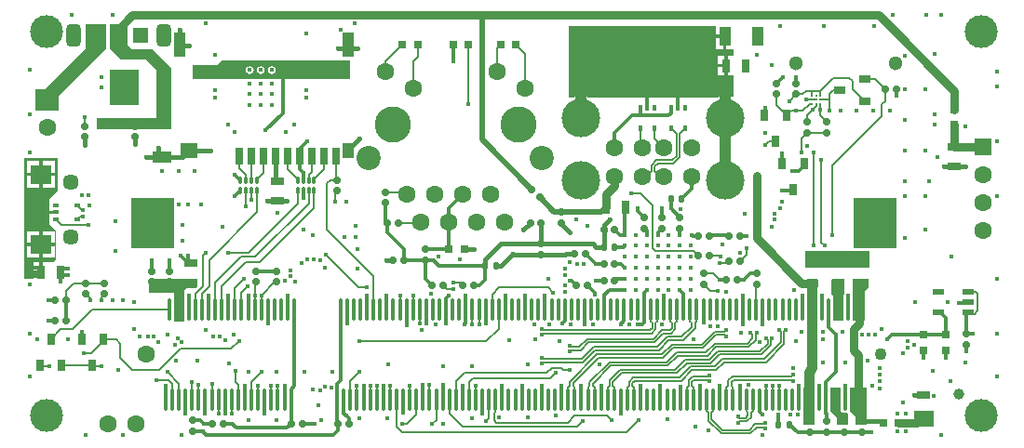
<source format=gtl>
G04 Layer_Physical_Order=1*
G04 Layer_Color=48896*
%FSLAX44Y44*%
%MOMM*%
G71*
G01*
G75*
%ADD10R,0.4000X0.5000*%
%ADD11R,1.2000X0.8000*%
%ADD12R,0.8000X0.8000*%
G04:AMPARAMS|DCode=13|XSize=0.55mm|YSize=0.6mm|CornerRadius=0.1375mm|HoleSize=0mm|Usage=FLASHONLY|Rotation=180.000|XOffset=0mm|YOffset=0mm|HoleType=Round|Shape=RoundedRectangle|*
%AMROUNDEDRECTD13*
21,1,0.5500,0.3250,0,0,180.0*
21,1,0.2750,0.6000,0,0,180.0*
1,1,0.2750,-0.1375,0.1625*
1,1,0.2750,0.1375,0.1625*
1,1,0.2750,0.1375,-0.1625*
1,1,0.2750,-0.1375,-0.1625*
%
%ADD13ROUNDEDRECTD13*%
G04:AMPARAMS|DCode=14|XSize=0.6mm|YSize=0.4mm|CornerRadius=0.1mm|HoleSize=0mm|Usage=FLASHONLY|Rotation=90.000|XOffset=0mm|YOffset=0mm|HoleType=Round|Shape=RoundedRectangle|*
%AMROUNDEDRECTD14*
21,1,0.6000,0.2000,0,0,90.0*
21,1,0.4000,0.4000,0,0,90.0*
1,1,0.2000,0.1000,0.2000*
1,1,0.2000,0.1000,-0.2000*
1,1,0.2000,-0.1000,-0.2000*
1,1,0.2000,-0.1000,0.2000*
%
%ADD14ROUNDEDRECTD14*%
G04:AMPARAMS|DCode=15|XSize=0.6mm|YSize=0.3mm|CornerRadius=0.075mm|HoleSize=0mm|Usage=FLASHONLY|Rotation=90.000|XOffset=0mm|YOffset=0mm|HoleType=Round|Shape=RoundedRectangle|*
%AMROUNDEDRECTD15*
21,1,0.6000,0.1500,0,0,90.0*
21,1,0.4500,0.3000,0,0,90.0*
1,1,0.1500,0.0750,0.2250*
1,1,0.1500,0.0750,-0.2250*
1,1,0.1500,-0.0750,-0.2250*
1,1,0.1500,-0.0750,0.2250*
%
%ADD15ROUNDEDRECTD15*%
%ADD16R,0.5000X0.4000*%
%ADD17R,0.8000X1.0000*%
%ADD18R,1.0000X0.8000*%
G04:AMPARAMS|DCode=19|XSize=0.6mm|YSize=0.6mm|CornerRadius=0.15mm|HoleSize=0mm|Usage=FLASHONLY|Rotation=0.000|XOffset=0mm|YOffset=0mm|HoleType=Round|Shape=RoundedRectangle|*
%AMROUNDEDRECTD19*
21,1,0.6000,0.3000,0,0,0.0*
21,1,0.3000,0.6000,0,0,0.0*
1,1,0.3000,0.1500,-0.1500*
1,1,0.3000,-0.1500,-0.1500*
1,1,0.3000,-0.1500,0.1500*
1,1,0.3000,0.1500,0.1500*
%
%ADD19ROUNDEDRECTD19*%
G04:AMPARAMS|DCode=20|XSize=0.6mm|YSize=0.6mm|CornerRadius=0.15mm|HoleSize=0mm|Usage=FLASHONLY|Rotation=90.000|XOffset=0mm|YOffset=0mm|HoleType=Round|Shape=RoundedRectangle|*
%AMROUNDEDRECTD20*
21,1,0.6000,0.3000,0,0,90.0*
21,1,0.3000,0.6000,0,0,90.0*
1,1,0.3000,0.1500,0.1500*
1,1,0.3000,0.1500,-0.1500*
1,1,0.3000,-0.1500,-0.1500*
1,1,0.3000,-0.1500,0.1500*
%
%ADD20ROUNDEDRECTD20*%
%ADD21C,0.2500*%
%ADD22R,1.0000X1.8000*%
%ADD23R,0.8000X0.8000*%
G04:AMPARAMS|DCode=24|XSize=0.35mm|YSize=2mm|CornerRadius=0.0875mm|HoleSize=0mm|Usage=FLASHONLY|Rotation=0.000|XOffset=0mm|YOffset=0mm|HoleType=Round|Shape=RoundedRectangle|*
%AMROUNDEDRECTD24*
21,1,0.3500,1.8250,0,0,0.0*
21,1,0.1750,2.0000,0,0,0.0*
1,1,0.1750,0.0875,-0.9125*
1,1,0.1750,-0.0875,-0.9125*
1,1,0.1750,-0.0875,0.9125*
1,1,0.1750,0.0875,0.9125*
%
%ADD24ROUNDEDRECTD24*%
%ADD25R,3.9000X4.6000*%
%ADD26R,0.7000X1.6000*%
%ADD27R,1.0000X1.4000*%
%ADD28R,1.6000X1.4000*%
%ADD29R,1.0000X2.2000*%
%ADD30R,1.8000X1.0000*%
%ADD31R,0.8000X1.2000*%
%ADD32R,1.0000X0.5500*%
%ADD33R,1.4000X3.2000*%
G04:AMPARAMS|DCode=34|XSize=0.6mm|YSize=0.6mm|CornerRadius=0.15mm|HoleSize=0mm|Usage=FLASHONLY|Rotation=45.000|XOffset=0mm|YOffset=0mm|HoleType=Round|Shape=RoundedRectangle|*
%AMROUNDEDRECTD34*
21,1,0.6000,0.3000,0,0,45.0*
21,1,0.3000,0.6000,0,0,45.0*
1,1,0.3000,0.2121,0.0000*
1,1,0.3000,0.0000,-0.2121*
1,1,0.3000,-0.2121,0.0000*
1,1,0.3000,0.0000,0.2121*
%
%ADD34ROUNDEDRECTD34*%
%ADD35C,1.0000*%
%ADD36C,0.3500*%
%ADD37C,0.4000*%
%ADD38C,0.1400*%
%ADD39C,0.1500*%
%ADD40C,0.3000*%
%ADD41C,0.5000*%
%ADD42C,0.2000*%
%ADD43C,1.0000*%
%ADD44C,0.8000*%
%ADD45C,0.9500*%
%ADD46C,1.6000*%
%ADD47C,1.1000*%
%ADD48R,1.6000X1.6000*%
%ADD49C,1.3000*%
%ADD50C,3.5000*%
%ADD51C,3.3000*%
%ADD52C,2.2000*%
%ADD53R,1.9000X1.8000*%
%ADD54C,1.4500*%
%ADD55C,1.4000*%
%ADD56R,1.4000X1.4000*%
G04:AMPARAMS|DCode=57|XSize=1.3mm|YSize=2mm|CornerRadius=0.325mm|HoleSize=0mm|Usage=FLASHONLY|Rotation=180.000|XOffset=0mm|YOffset=0mm|HoleType=Round|Shape=RoundedRectangle|*
%AMROUNDEDRECTD57*
21,1,1.3000,1.3500,0,0,180.0*
21,1,0.6500,2.0000,0,0,180.0*
1,1,0.6500,-0.3250,0.6750*
1,1,0.6500,0.3250,0.6750*
1,1,0.6500,0.3250,-0.6750*
1,1,0.6500,-0.3250,-0.6750*
%
%ADD57ROUNDEDRECTD57*%
%ADD58C,3.0000*%
%ADD59C,0.4000*%
G36*
X99000Y363000D02*
X103000Y359000D01*
X122000D01*
X139000Y342000D01*
Y333000D01*
Y286000D01*
X71000D01*
Y296000D01*
X125000D01*
Y340000D01*
X115000Y350000D01*
X93000D01*
X83000Y360000D01*
Y382000D01*
X99000D01*
Y363000D01*
D02*
G37*
G36*
X79000Y359000D02*
X60000Y340000D01*
X36000Y316000D01*
Y303000D01*
X15000D01*
Y323000D01*
X24000D01*
X31000Y330000D01*
X61000Y360000D01*
Y382000D01*
X79000D01*
Y359000D01*
D02*
G37*
G36*
X109000Y337000D02*
Y308000D01*
X83000D01*
Y340000D01*
X109000D01*
Y337000D01*
D02*
G37*
G36*
X751000Y135875D02*
X750250Y135125D01*
X750000Y112000D01*
X740750D01*
Y135000D01*
X739000Y136750D01*
X739000Y149102D01*
X739898Y150000D01*
X751000D01*
X751000Y135875D01*
D02*
G37*
G36*
X774000Y160000D02*
X715000D01*
Y175000D01*
X774000D01*
Y160000D01*
D02*
G37*
G36*
X35000Y230000D02*
X28000Y223000D01*
Y216000D01*
Y212000D01*
X34000D01*
Y209000D01*
X28000D01*
Y200000D01*
X34000Y194000D01*
Y168000D01*
X31000Y165000D01*
X25000D01*
Y165000D01*
X21500D01*
Y156000D01*
X20000D01*
Y154500D01*
X13000D01*
Y150000D01*
X5000D01*
Y260000D01*
X35000D01*
Y230000D01*
D02*
G37*
G36*
X773000Y142000D02*
X769000Y138000D01*
X769000Y112000D01*
X758750D01*
Y150000D01*
X773000D01*
Y142000D01*
D02*
G37*
G36*
X634000Y372500D02*
X642000D01*
Y371000D01*
X643500D01*
Y359000D01*
X650000D01*
Y354270D01*
X650000Y353000D01*
X648730Y353000D01*
X644500D01*
Y344000D01*
Y335000D01*
X650000Y335000D01*
X650000Y333730D01*
Y316183D01*
X648980Y315426D01*
X646419Y316203D01*
X643900Y316451D01*
Y296000D01*
X640900D01*
Y316451D01*
X638381Y316203D01*
X634517Y315031D01*
X634459Y315000D01*
X518941D01*
X518883Y315031D01*
X515019Y316203D01*
X512500Y316451D01*
Y296000D01*
X509500D01*
Y316451D01*
X506981Y316203D01*
X503117Y315031D01*
X503059Y315000D01*
X500000D01*
Y380000D01*
X634000D01*
Y372500D01*
D02*
G37*
G36*
X747250Y29750D02*
X749000Y28000D01*
X753000D01*
X754000Y27000D01*
Y17000D01*
X744898D01*
X744000Y17898D01*
X744000Y23000D01*
X737750Y29250D01*
X737750Y30250D01*
Y51000D01*
X747250D01*
Y29750D01*
D02*
G37*
G36*
X723250Y17000D02*
X713750D01*
Y51000D01*
X723250D01*
Y17000D01*
D02*
G37*
G36*
X832000Y15000D02*
X814000D01*
Y30000D01*
X832000D01*
Y15000D01*
D02*
G37*
G36*
X771000Y30000D02*
Y17000D01*
X761000D01*
Y24000D01*
X755750Y29250D01*
Y51000D01*
X771000D01*
Y30000D01*
D02*
G37*
G36*
X301000Y332000D02*
X158000D01*
Y345000D01*
X180000D01*
X184000Y349000D01*
X301000D01*
Y332000D01*
D02*
G37*
G36*
X726250Y112000D02*
X716750D01*
Y150000D01*
X726250D01*
Y112000D01*
D02*
G37*
G36*
X162000Y142000D02*
X161000Y141000D01*
X152000D01*
X150250Y139250D01*
Y111000D01*
X140750D01*
Y137000D01*
X118000D01*
Y150000D01*
X162000D01*
Y142000D01*
D02*
G37*
%LPC*%
G36*
X18500Y179500D02*
X7500D01*
Y169000D01*
X18500D01*
Y179500D01*
D02*
G37*
G36*
X18500Y165000D02*
X13000D01*
Y157500D01*
X18500D01*
Y165000D01*
D02*
G37*
G36*
X32500Y179500D02*
X21500D01*
Y169000D01*
X32500D01*
Y179500D01*
D02*
G37*
G36*
X220000Y343569D02*
X218634Y343297D01*
X217477Y342523D01*
X216703Y341366D01*
X216431Y340000D01*
X216703Y338634D01*
X217477Y337477D01*
X218634Y336703D01*
X220000Y336431D01*
X221366Y336703D01*
X222523Y337477D01*
X223297Y338634D01*
X223569Y340000D01*
X223297Y341366D01*
X222523Y342523D01*
X221366Y343297D01*
X220000Y343569D01*
D02*
G37*
G36*
X210000D02*
X208634Y343297D01*
X207477Y342523D01*
X206703Y341366D01*
X206431Y340000D01*
X206703Y338634D01*
X207477Y337477D01*
X208634Y336703D01*
X210000Y336431D01*
X211366Y336703D01*
X212523Y337477D01*
X213297Y338634D01*
X213569Y340000D01*
X213297Y341366D01*
X212523Y342523D01*
X211366Y343297D01*
X210000Y343569D01*
D02*
G37*
G36*
X641500Y342500D02*
X636000D01*
Y335000D01*
X641500D01*
Y342500D01*
D02*
G37*
G36*
X640500Y369500D02*
X634000D01*
Y359000D01*
X640500D01*
Y369500D01*
D02*
G37*
G36*
X641500Y353000D02*
X636000D01*
Y345500D01*
X641500D01*
Y353000D01*
D02*
G37*
G36*
X230000Y343569D02*
X228634Y343297D01*
X227477Y342523D01*
X226703Y341366D01*
X226431Y340000D01*
X226703Y338634D01*
X227477Y337477D01*
X228634Y336703D01*
X230000Y336431D01*
X231366Y336703D01*
X232523Y337477D01*
X233297Y338634D01*
X233569Y340000D01*
X233297Y341366D01*
X232523Y342523D01*
X231366Y343297D01*
X230000Y343569D01*
D02*
G37*
G36*
X18500Y243500D02*
X7500D01*
Y233000D01*
X18500D01*
Y243500D01*
D02*
G37*
G36*
X32500Y193000D02*
X21500D01*
Y182500D01*
X32500D01*
Y193000D01*
D02*
G37*
G36*
X18500D02*
X7500D01*
Y182500D01*
X18500D01*
Y193000D01*
D02*
G37*
G36*
X32500Y257000D02*
X21500D01*
Y246500D01*
X32500D01*
Y257000D01*
D02*
G37*
G36*
X18500D02*
X7500D01*
Y246500D01*
X18500D01*
Y257000D01*
D02*
G37*
G36*
X32500Y243500D02*
X21500D01*
Y233000D01*
X32500D01*
Y243500D01*
D02*
G37*
%LPD*%
D10*
X606000Y287000D02*
D03*
X593000D02*
D03*
Y306000D02*
D03*
X599500D02*
D03*
X606000D02*
D03*
X578000Y287000D02*
D03*
X565000D02*
D03*
Y306000D02*
D03*
X571500D02*
D03*
X578000D02*
D03*
D11*
X851000Y270000D02*
D03*
Y252000D02*
D03*
X823000Y26000D02*
D03*
Y44000D02*
D03*
X745000Y146000D02*
D03*
Y164000D02*
D03*
X767000Y146000D02*
D03*
Y164000D02*
D03*
X156000Y146000D02*
D03*
Y164000D02*
D03*
X235000Y221000D02*
D03*
Y239000D02*
D03*
X721500Y146000D02*
D03*
Y164000D02*
D03*
D12*
X843000Y99000D02*
D03*
Y85000D02*
D03*
X363000Y363000D02*
D03*
X349000D02*
D03*
X409000D02*
D03*
X395000D02*
D03*
X823000Y99000D02*
D03*
Y85000D02*
D03*
X786000Y19000D02*
D03*
X800000D02*
D03*
X452000Y363000D02*
D03*
X438000D02*
D03*
D13*
X691000Y17000D02*
D03*
X701000D02*
D03*
X424000Y162000D02*
D03*
X434000D02*
D03*
X593000Y223000D02*
D03*
X603000D02*
D03*
X532000Y179000D02*
D03*
X542000D02*
D03*
D14*
X253500Y230500D02*
D03*
Y239500D02*
D03*
X268500Y230500D02*
D03*
Y239500D02*
D03*
X201500Y230500D02*
D03*
Y239500D02*
D03*
X216500Y230500D02*
D03*
Y239500D02*
D03*
D15*
X258500Y230500D02*
D03*
X263500D02*
D03*
X258500Y239500D02*
D03*
X263500Y239500D02*
D03*
X206500Y230500D02*
D03*
X211500D02*
D03*
X206500Y239500D02*
D03*
X211500D02*
D03*
D16*
X53000Y217000D02*
D03*
Y204000D02*
D03*
X34000D02*
D03*
Y210500D02*
D03*
Y217000D02*
D03*
D17*
X688000Y275500D02*
D03*
X678000Y298500D02*
D03*
X698000D02*
D03*
X714000Y254500D02*
D03*
X694000Y254500D02*
D03*
X704000Y231500D02*
D03*
X29000Y94500D02*
D03*
X39000Y71500D02*
D03*
X19000D02*
D03*
X67000D02*
D03*
X57000Y94500D02*
D03*
X77000D02*
D03*
D18*
X746500Y322000D02*
D03*
X769500Y332000D02*
D03*
Y312000D02*
D03*
D19*
X689000Y328000D02*
D03*
Y318000D02*
D03*
X735000Y283000D02*
D03*
Y293000D02*
D03*
X717000Y283000D02*
D03*
Y293000D02*
D03*
X707000Y328000D02*
D03*
Y318000D02*
D03*
X671000Y155000D02*
D03*
Y145000D02*
D03*
X623000Y155000D02*
D03*
Y145000D02*
D03*
X370000Y177000D02*
D03*
Y167000D02*
D03*
X333000Y229000D02*
D03*
Y219000D02*
D03*
X475000Y182000D02*
D03*
Y172000D02*
D03*
X569000Y206000D02*
D03*
Y196000D02*
D03*
X585000Y206000D02*
D03*
Y196000D02*
D03*
X601000Y206000D02*
D03*
Y196000D02*
D03*
X751000Y10000D02*
D03*
Y20000D02*
D03*
X735000Y10000D02*
D03*
Y20000D02*
D03*
X719000Y10000D02*
D03*
Y20000D02*
D03*
X767000Y10000D02*
D03*
Y20000D02*
D03*
X862000Y100000D02*
D03*
Y90000D02*
D03*
X106000Y279000D02*
D03*
Y289000D02*
D03*
X158000Y11000D02*
D03*
Y21000D02*
D03*
X78000Y146000D02*
D03*
Y136000D02*
D03*
X493000Y201000D02*
D03*
Y211000D02*
D03*
X61000Y146000D02*
D03*
Y136000D02*
D03*
X216000Y147000D02*
D03*
Y157000D02*
D03*
X60000Y289000D02*
D03*
X60000Y279000D02*
D03*
X121000Y147000D02*
D03*
Y157000D02*
D03*
X289000Y230000D02*
D03*
Y240000D02*
D03*
X137000Y147000D02*
D03*
Y157000D02*
D03*
X234000Y157000D02*
D03*
Y147000D02*
D03*
D20*
X788000Y323000D02*
D03*
X798000D02*
D03*
X404000Y144000D02*
D03*
X414000D02*
D03*
X386000D02*
D03*
X376000D02*
D03*
X345000Y201000D02*
D03*
X335000D02*
D03*
X646000Y166000D02*
D03*
X656000D02*
D03*
X628000Y171000D02*
D03*
X618000D02*
D03*
X475000Y201000D02*
D03*
X465000D02*
D03*
X350000Y167000D02*
D03*
X340000D02*
D03*
X532000Y163500D02*
D03*
X542000D02*
D03*
X515000Y173000D02*
D03*
X505000D02*
D03*
X532000Y148500D02*
D03*
X542000D02*
D03*
X532000Y195000D02*
D03*
X542000D02*
D03*
X517000Y144000D02*
D03*
X507000D02*
D03*
X646000Y189000D02*
D03*
X656000D02*
D03*
X643000Y149000D02*
D03*
X653000D02*
D03*
X628000Y189000D02*
D03*
X618000D02*
D03*
X258000Y18000D02*
D03*
X248000D02*
D03*
X300000D02*
D03*
X290000D02*
D03*
X186000D02*
D03*
X176000D02*
D03*
X43000Y130000D02*
D03*
X33000D02*
D03*
Y112000D02*
D03*
X43000D02*
D03*
D21*
X721000Y309000D02*
D03*
Y313000D02*
D03*
Y317000D02*
D03*
X725000Y309000D02*
D03*
Y313000D02*
D03*
Y317000D02*
D03*
X729000Y309000D02*
D03*
Y313000D02*
D03*
Y317000D02*
D03*
D22*
X642000Y371000D02*
D03*
X672000D02*
D03*
D23*
X391000Y177000D02*
D03*
X405000D02*
D03*
X851000Y290000D02*
D03*
Y304000D02*
D03*
D24*
X766500Y122000D02*
D03*
X763500Y40000D02*
D03*
X760500Y122000D02*
D03*
X757500Y40000D02*
D03*
X754500Y122000D02*
D03*
X751500Y40000D02*
D03*
X748500Y122000D02*
D03*
X745500Y40000D02*
D03*
X742500Y122000D02*
D03*
X739500Y40000D02*
D03*
X736500Y122000D02*
D03*
X733500Y40000D02*
D03*
X730500Y122000D02*
D03*
X727500Y40000D02*
D03*
X724500Y122000D02*
D03*
X721500Y40000D02*
D03*
X718500Y122000D02*
D03*
X715500Y40000D02*
D03*
X712500Y122000D02*
D03*
X709500Y40000D02*
D03*
X706500Y122000D02*
D03*
X703500Y40000D02*
D03*
X700500Y122000D02*
D03*
X697500Y40000D02*
D03*
X694500Y122000D02*
D03*
X691500Y40000D02*
D03*
X688500Y122000D02*
D03*
X685500Y40000D02*
D03*
X682500Y122000D02*
D03*
X679500Y40000D02*
D03*
X676500Y122000D02*
D03*
X673500Y40000D02*
D03*
X670500Y122000D02*
D03*
X667500Y40000D02*
D03*
X664500Y122000D02*
D03*
X661500Y40000D02*
D03*
X658500Y122000D02*
D03*
X655500Y40000D02*
D03*
X652500Y122000D02*
D03*
X649500Y40000D02*
D03*
X646500Y122000D02*
D03*
X643500Y40000D02*
D03*
X640500Y122000D02*
D03*
X637500Y40000D02*
D03*
X634500Y122000D02*
D03*
X631500Y40000D02*
D03*
X628500Y122000D02*
D03*
X625500Y40000D02*
D03*
X622500Y122000D02*
D03*
X619500Y40000D02*
D03*
X616500Y122000D02*
D03*
X613500Y40000D02*
D03*
X610500Y122000D02*
D03*
X607500Y40000D02*
D03*
X604500Y122000D02*
D03*
X601500Y40000D02*
D03*
X598500Y122000D02*
D03*
X595500Y40000D02*
D03*
X592500Y122000D02*
D03*
X589500Y40000D02*
D03*
X586500Y122000D02*
D03*
X583500Y40000D02*
D03*
X580500Y122000D02*
D03*
X577500Y40000D02*
D03*
X574500Y122000D02*
D03*
X571500Y40000D02*
D03*
X568500Y122000D02*
D03*
X565500Y40000D02*
D03*
X562500Y122000D02*
D03*
X559500Y40000D02*
D03*
X556500Y122000D02*
D03*
X553500Y40000D02*
D03*
X550500Y122000D02*
D03*
X547500Y40000D02*
D03*
X544500Y122000D02*
D03*
X541500Y40000D02*
D03*
X538500Y122000D02*
D03*
X535500Y40000D02*
D03*
X532500Y122000D02*
D03*
X529500Y40000D02*
D03*
X526500Y122000D02*
D03*
X523500Y40000D02*
D03*
X520500Y122000D02*
D03*
X517500Y40000D02*
D03*
X514500Y122000D02*
D03*
X511500Y40000D02*
D03*
X508500Y122000D02*
D03*
X505500Y40000D02*
D03*
X502500Y122000D02*
D03*
X499500Y40000D02*
D03*
X496500Y122000D02*
D03*
X493500Y40000D02*
D03*
X490500Y122000D02*
D03*
X487500Y40000D02*
D03*
X484500Y122000D02*
D03*
X481500Y40000D02*
D03*
X478500Y122000D02*
D03*
X475500Y40000D02*
D03*
X472500Y122000D02*
D03*
X469500Y40000D02*
D03*
X466500Y122000D02*
D03*
X463500Y40000D02*
D03*
X460500Y122000D02*
D03*
X457500Y40000D02*
D03*
X454500Y122000D02*
D03*
X451500Y40000D02*
D03*
X448500Y122000D02*
D03*
X445500Y40000D02*
D03*
X442500Y122000D02*
D03*
X439500Y40000D02*
D03*
X436500Y122000D02*
D03*
X433500Y40000D02*
D03*
X430500Y122000D02*
D03*
X427500Y40000D02*
D03*
X424500Y122000D02*
D03*
X421500Y40000D02*
D03*
X418500Y122000D02*
D03*
X415500Y40000D02*
D03*
X412500Y122000D02*
D03*
X409500Y40000D02*
D03*
X406500Y122000D02*
D03*
X403500Y40000D02*
D03*
X400500Y122000D02*
D03*
X397500Y40000D02*
D03*
X394500Y122000D02*
D03*
X391500Y40000D02*
D03*
X388500Y122000D02*
D03*
X385500Y40000D02*
D03*
X382500Y122000D02*
D03*
X379500Y40000D02*
D03*
X376500Y122000D02*
D03*
X373500Y40000D02*
D03*
X370500Y122000D02*
D03*
X367500Y40000D02*
D03*
X364500Y122000D02*
D03*
X361500Y40000D02*
D03*
X358500Y122000D02*
D03*
X355500Y40000D02*
D03*
X352500Y122000D02*
D03*
X349500Y40000D02*
D03*
X346500Y122000D02*
D03*
X343500Y40000D02*
D03*
X340500Y122000D02*
D03*
X337500Y40000D02*
D03*
X334500Y122000D02*
D03*
X331500Y40000D02*
D03*
X328500Y122000D02*
D03*
X325500Y40000D02*
D03*
X322500Y122000D02*
D03*
X319500Y40000D02*
D03*
X316500Y122000D02*
D03*
X313500Y40000D02*
D03*
X310500Y122000D02*
D03*
X307500Y40000D02*
D03*
X304500Y122000D02*
D03*
X301500Y40000D02*
D03*
X298500Y122000D02*
D03*
X295500Y40000D02*
D03*
X292500Y122000D02*
D03*
X289500Y40000D02*
D03*
X250500Y122000D02*
D03*
X247500Y40000D02*
D03*
X244500Y122000D02*
D03*
X241500Y40000D02*
D03*
X238500Y122000D02*
D03*
X235500Y40000D02*
D03*
X232500Y122000D02*
D03*
X229500Y40000D02*
D03*
X226500Y122000D02*
D03*
X223500Y40000D02*
D03*
X220500Y122000D02*
D03*
X217500Y40000D02*
D03*
X214500Y122000D02*
D03*
X211500Y40000D02*
D03*
X208500Y122000D02*
D03*
X205500Y40000D02*
D03*
X202500Y122000D02*
D03*
X199500Y40000D02*
D03*
X196500Y122000D02*
D03*
X193500Y40000D02*
D03*
X190500Y122000D02*
D03*
X187500Y40000D02*
D03*
X184500Y122000D02*
D03*
X181500Y40000D02*
D03*
X178500Y122000D02*
D03*
X175500Y40000D02*
D03*
X172500Y122000D02*
D03*
X169500Y40000D02*
D03*
X166500Y122000D02*
D03*
X163500Y40000D02*
D03*
X160500Y122000D02*
D03*
X157500Y40000D02*
D03*
X154500Y122000D02*
D03*
X151500Y40000D02*
D03*
X148500Y122000D02*
D03*
X145500Y40000D02*
D03*
X142500Y122000D02*
D03*
X139500Y40000D02*
D03*
X136500Y122000D02*
D03*
X133500Y40000D02*
D03*
D25*
X121500Y201000D02*
D03*
X778500D02*
D03*
D26*
X288500Y262000D02*
D03*
X277500D02*
D03*
X266500D02*
D03*
X255500D02*
D03*
X244500D02*
D03*
X233500D02*
D03*
X222500D02*
D03*
X200500D02*
D03*
X211500D02*
D03*
D27*
X299500Y267000D02*
D03*
D28*
X154500D02*
D03*
D29*
X299500Y363000D02*
D03*
X146500D02*
D03*
D30*
X130000Y261000D02*
D03*
Y291000D02*
D03*
D31*
X38000Y156000D02*
D03*
X20000D02*
D03*
X534000Y215000D02*
D03*
X552000D02*
D03*
X661000Y344000D02*
D03*
X643000D02*
D03*
D32*
X836000Y138000D02*
D03*
Y119000D02*
D03*
X863000Y138000D02*
D03*
Y128500D02*
D03*
Y119000D02*
D03*
D33*
X132000Y324000D02*
D03*
X90000D02*
D03*
D34*
X473535Y224464D02*
D03*
X466465Y231535D02*
D03*
D35*
X855000Y45000D02*
D03*
D36*
X349500Y28000D02*
X349500Y28000D01*
X349500Y28000D02*
Y40000D01*
X503000Y172750D02*
X505000Y173000D01*
X388500Y109000D02*
Y122000D01*
Y132500D01*
X391000Y135000D01*
X730500D02*
X730750D01*
X730500Y135000D02*
X730500Y135000D01*
X385500Y40000D02*
Y53000D01*
X367500Y40000D02*
Y53000D01*
X154000Y166000D02*
X156000Y164000D01*
X154000Y166000D02*
Y171000D01*
X547000Y190000D02*
X551000D01*
X542000Y195000D02*
X547000Y190000D01*
X550000Y179000D02*
X551000Y180000D01*
X542000Y179000D02*
X550000D01*
X612000Y190000D02*
X613000Y189000D01*
X618000D01*
X656000D02*
X662000D01*
X611700Y231700D02*
Y242700D01*
X603000Y223000D02*
X611700Y231700D01*
X537000Y140000D02*
X551000D01*
X532500Y135500D02*
X537000Y140000D01*
X532500Y122000D02*
Y135500D01*
X501000Y148500D02*
X502500D01*
X507000Y144000D01*
X405000Y108000D02*
X406500Y109500D01*
Y122000D01*
X658500Y108500D02*
Y122000D01*
Y134500D01*
X601000Y140000D02*
X604500Y136500D01*
Y122000D02*
Y136500D01*
X586500Y122000D02*
Y135000D01*
X226500Y109250D02*
Y122000D01*
X352500Y107500D02*
X352500Y107500D01*
X352500Y107500D02*
Y122000D01*
X147000Y171000D02*
X154000Y164000D01*
X156000D01*
X547500Y27500D02*
Y40000D01*
X137000Y157000D02*
Y167000D01*
X121000Y157000D02*
Y167000D01*
X247500Y49500D02*
X250500Y52500D01*
X247500Y40000D02*
Y49500D01*
X514500Y122000D02*
X514500Y122000D01*
Y108500D02*
Y122000D01*
X250500Y52500D02*
Y122000D01*
X743000Y65000D02*
Y99000D01*
X733500Y55500D02*
X743000Y65000D01*
X733500Y40000D02*
Y55500D01*
X736500Y105500D02*
X743000Y99000D01*
X736500Y105500D02*
Y122000D01*
X719000Y26000D02*
X721000D01*
X719000Y26000D02*
X719000Y26000D01*
X719000Y20000D02*
Y26000D01*
X735000Y20000D02*
Y26000D01*
X759000Y10000D02*
X767000D01*
X751000D02*
X759000D01*
X733500Y27500D02*
X735000Y26000D01*
X733500Y27500D02*
Y40000D01*
X767000Y10000D02*
X767000Y10000D01*
X775000D01*
X743000D02*
X743000Y10000D01*
X751000D01*
X735000Y10000D02*
X743000D01*
X719000D02*
X735000D01*
X711000D02*
X719000D01*
X298000Y25000D02*
X300000Y23000D01*
Y18000D02*
Y23000D01*
X295500Y27500D02*
X298000Y25000D01*
X295500Y27500D02*
Y40000D01*
X158000Y11000D02*
X167000D01*
X170000Y8000D01*
X289500Y18500D02*
X290000Y18000D01*
X289500Y18500D02*
Y40000D01*
X186000Y18000D02*
X194000D01*
X247500Y18500D02*
X248000Y18000D01*
X247500Y18500D02*
Y40000D01*
X754500Y122000D02*
Y135000D01*
X730500Y122000D02*
Y135000D01*
X712500Y122000D02*
Y135000D01*
X676500Y108500D02*
Y122000D01*
X424500Y109000D02*
Y122000D01*
X370500Y109000D02*
Y122000D01*
X334500D02*
Y135000D01*
X316500Y122000D02*
Y135000D01*
X244500D02*
X244500Y135000D01*
Y122000D02*
Y135000D01*
X208500Y135000D02*
X208500Y135000D01*
Y122000D02*
Y135000D01*
X190500Y135000D02*
X190500Y135000D01*
Y122000D02*
Y135000D01*
X172500Y122000D02*
Y135000D01*
X154500D02*
X154500Y135000D01*
Y122000D02*
Y135000D01*
X751500Y40000D02*
Y52500D01*
X727500Y40000D02*
Y52500D01*
X709500Y40000D02*
Y52500D01*
X655500Y40000D02*
Y52500D01*
X637500Y40000D02*
Y52500D01*
X619500Y40000D02*
Y52500D01*
X601500Y40000D02*
Y52000D01*
X583500Y40000D02*
Y52500D01*
X565500Y52500D02*
X565500Y52500D01*
X565500Y40000D02*
Y52500D01*
X529500Y40000D02*
Y52500D01*
X511500Y40000D02*
Y52500D01*
X493500Y40000D02*
Y52500D01*
X475500Y40000D02*
Y52500D01*
X457500Y40000D02*
Y52500D01*
X439500Y40000D02*
Y52500D01*
X403500Y40000D02*
Y52500D01*
X331500Y40000D02*
Y52500D01*
X313500Y40000D02*
Y52500D01*
X241500Y40000D02*
Y52500D01*
X205500Y40000D02*
Y52500D01*
X187500Y27500D02*
Y40000D01*
X133500Y52500D02*
X133500Y52500D01*
X133500Y40000D02*
Y52500D01*
X169500Y27500D02*
Y40000D01*
X151500Y27500D02*
Y40000D01*
X673500Y28500D02*
Y40000D01*
Y28500D02*
X676000Y26000D01*
X836000Y119000D02*
X838000D01*
X843000Y114000D01*
Y99000D02*
Y114000D01*
X823000Y99000D02*
X843000D01*
X794000D02*
X823000D01*
X790000Y95000D02*
X794000Y99000D01*
X194000Y18000D02*
X198000Y14000D01*
X244000D01*
X248000Y18000D01*
X290000Y12000D02*
Y18000D01*
X286000Y8000D02*
X290000Y12000D01*
X170000Y8000D02*
X286000D01*
X258000Y18000D02*
X269000D01*
X298500Y109500D02*
Y122000D01*
Y124000D01*
X678000Y298500D02*
X679000Y299500D01*
Y306000D01*
X689000Y328000D02*
X695000Y334000D01*
X57000Y94500D02*
Y102000D01*
X478500Y122000D02*
Y135000D01*
X478500Y135000D01*
X442500Y122000D02*
Y135000D01*
X406500Y122000D02*
Y134500D01*
X460500Y122000D02*
Y134500D01*
X460000Y135000D02*
X460500Y134500D01*
X496500Y111500D02*
Y122000D01*
X494000Y109000D02*
X496500Y111500D01*
X388500Y109000D02*
X388500Y109000D01*
X622500Y109750D02*
Y122000D01*
X421500Y27500D02*
Y40000D01*
X289500D02*
Y54500D01*
X292500Y57500D01*
Y122000D01*
X223500Y27500D02*
Y40000D01*
Y27500D02*
X223500Y27500D01*
X701000Y17000D02*
X708000Y10000D01*
X711000D01*
D37*
X106000Y273000D02*
Y279000D01*
X532000Y199000D02*
X537000Y204000D01*
X532000Y195000D02*
Y199000D01*
X533000Y194000D02*
Y195000D01*
X475000Y172000D02*
X497000D01*
X449000Y173000D02*
X450000Y172000D01*
X498000Y173000D02*
X505000D01*
X497000Y172000D02*
X498000Y173000D01*
X532000Y193000D02*
X533000Y194000D01*
X532000Y179000D02*
Y193000D01*
X475000Y182000D02*
X522000D01*
X525000Y179000D02*
X532000D01*
X522000Y182000D02*
X525000Y179000D01*
X438000Y162000D02*
X449000Y173000D01*
X434000Y162000D02*
X438000D01*
X424000D02*
Y168000D01*
X438000Y182000D01*
X475000D01*
X450000Y172000D02*
X475000D01*
X459000Y195000D02*
X465000Y201000D01*
X475000Y182000D02*
Y201000D01*
X493000Y200000D02*
X501000Y192000D01*
X493000Y200000D02*
Y201000D01*
X334000Y167000D02*
X340000D01*
X405000Y177000D02*
X414000D01*
X768000Y21000D02*
Y26000D01*
X767000Y20000D02*
X768000Y21000D01*
X767000Y20000D02*
X785000D01*
X786000Y19000D01*
X751000Y20000D02*
Y26000D01*
X841000Y252000D02*
X851000D01*
X841000Y252000D02*
X841000Y252000D01*
X851000D02*
X861000D01*
X861000Y252000D01*
X814000Y44000D02*
X823000D01*
X814000Y44000D02*
X814000Y44000D01*
X296500Y360000D02*
X299500Y363000D01*
X290000Y360000D02*
X296500D01*
X299500Y363000D02*
X302500Y360000D01*
X308000D01*
X146500Y363000D02*
Y376500D01*
Y363000D02*
X147500Y362000D01*
X155000D01*
X235000Y221000D02*
X244000D01*
X226000D02*
X235000D01*
X233500Y246500D02*
Y262000D01*
Y240500D02*
X235000Y239000D01*
X233500Y240500D02*
Y246500D01*
X299500Y267000D02*
Y267500D01*
X310000Y278000D01*
X60000Y272000D02*
Y279000D01*
X60000Y272000D02*
X60000Y272000D01*
X116000Y261000D02*
X130000D01*
X127000Y264000D02*
X130000Y261000D01*
X127000Y264000D02*
Y269000D01*
X148500Y261000D02*
X154500Y267000D01*
X130000Y261000D02*
X148500D01*
X154500Y267000D02*
X174000D01*
D38*
X395000Y146500D02*
X401500D01*
X404000Y144000D01*
X389500Y140500D02*
X395000D01*
X386000Y144000D02*
X389500Y140500D01*
X597000Y103757D02*
Y109750D01*
X350050Y229000D02*
X352550Y226500D01*
X333000Y229000D02*
X350050D01*
X365150Y201000D02*
X365250Y201100D01*
X345000Y201000D02*
X365150D01*
X56000Y207000D02*
X59000D01*
X56000Y207000D02*
X56000Y207000D01*
X53000Y204000D02*
X56000Y207000D01*
X58000D01*
X667000Y95375D02*
Y99500D01*
X665500Y101000D02*
X667000Y99500D01*
X670000Y94132D02*
Y98750D01*
X663868Y88000D02*
X670000Y94132D01*
X634243Y88000D02*
X663868D01*
X626243Y80000D02*
X634243Y88000D01*
X599243Y80000D02*
X626243D01*
X590243Y71000D02*
X599243Y80000D01*
X538500Y71000D02*
X590243D01*
X522000Y52250D02*
X523500Y50750D01*
X522000Y54500D02*
X538500Y71000D01*
X522000Y52250D02*
Y54500D01*
X523500Y40000D02*
Y50750D01*
X662625Y91000D02*
X667000Y95375D01*
X633000Y91000D02*
X662625D01*
X625000Y83000D02*
X633000Y91000D01*
X598000Y83000D02*
X625000D01*
X589000Y74000D02*
X598000Y83000D01*
X537257Y74000D02*
X589000D01*
X519000Y52250D02*
Y55743D01*
X537257Y74000D01*
X517500Y50750D02*
X519000Y52250D01*
X517500Y40000D02*
Y50750D01*
X670000Y94132D02*
Y100000D01*
X671000Y101000D01*
X679500Y96000D02*
X681000Y94500D01*
X675243Y81000D02*
X684000Y89757D01*
X637243Y81000D02*
X675243D01*
X629243Y73000D02*
X637243Y81000D01*
X607243Y73000D02*
X629243D01*
X598243Y64000D02*
X607243Y73000D01*
X540000Y52250D02*
X541500Y50750D01*
X540000Y56000D02*
X548000Y64000D01*
X540000Y52250D02*
Y56000D01*
X541500Y40000D02*
Y50750D01*
X674000Y84000D02*
X681000Y91000D01*
X636000Y84000D02*
X674000D01*
X628000Y76000D02*
X636000Y84000D01*
X606000Y76000D02*
X628000D01*
X597000Y67000D02*
X606000Y76000D01*
X537000Y52250D02*
Y57243D01*
X546757Y67000D01*
X535500Y50750D02*
X537000Y52250D01*
X535500Y40000D02*
Y50750D01*
X684000Y89757D02*
Y95000D01*
X685000Y96000D01*
X681000Y91000D02*
Y94500D01*
X678000Y77000D02*
X693000Y92000D01*
X640000Y77000D02*
X678000D01*
X633000Y70000D02*
X640000Y77000D01*
X611000Y70000D02*
X633000D01*
X601000Y60000D02*
X611000Y70000D01*
X555000Y56243D02*
X558757Y60000D01*
X555000Y52250D02*
Y56243D01*
X553500Y50750D02*
X555000Y52250D01*
X553500Y40000D02*
Y50750D01*
X696000Y90757D02*
Y101750D01*
X679243Y74000D02*
X696000Y90757D01*
X641243Y74000D02*
X679243D01*
X634243Y67000D02*
X641243Y74000D01*
X612243Y67000D02*
X634243D01*
X602243Y57000D02*
X612243Y67000D01*
X558000Y55000D02*
X560000Y57000D01*
X559500Y40000D02*
Y50750D01*
X558000Y52250D02*
Y55000D01*
Y52250D02*
X559500Y50750D01*
X696000Y101750D02*
X697250Y103000D01*
X691750D02*
X693000Y101750D01*
Y92000D02*
Y101750D01*
X499500Y40000D02*
Y50750D01*
X501000Y52250D01*
Y56243D02*
X525757Y81000D01*
X501000Y52250D02*
Y56243D01*
X525757Y81000D02*
X584757D01*
X593757Y90000D01*
X621000D01*
X632750Y101750D01*
X641750D01*
X643000Y103000D01*
X505500Y40000D02*
Y50750D01*
X504000Y52250D02*
Y55000D01*
X527000Y78000D01*
X504000Y52250D02*
X505500Y50750D01*
X527000Y78000D02*
X586000D01*
X595000Y87000D01*
X622243D01*
X633993Y98750D01*
X641750D01*
X643000Y97500D01*
X643500Y40000D02*
Y50750D01*
X645000Y52250D01*
Y57243D01*
X648757Y61000D02*
X702750D01*
X645000Y57243D02*
X648757Y61000D01*
X702750D02*
X704000Y62250D01*
X648000Y52250D02*
X649500Y50750D01*
X648000Y52250D02*
Y56000D01*
X649500Y40000D02*
Y50750D01*
X650000Y58000D02*
X702750D01*
X648000Y56000D02*
X650000Y58000D01*
X702750D02*
X704000Y56750D01*
X654000Y18750D02*
X655250Y20000D01*
X662243D01*
X666000Y23757D02*
Y27750D01*
X662243Y20000D02*
X666000Y23757D01*
Y27750D02*
X667500Y29250D01*
Y40000D01*
X655250Y23000D02*
X661000D01*
X654000Y24250D02*
X655250Y23000D01*
X661500Y29250D02*
Y40000D01*
X661000Y23000D02*
X663000Y25000D01*
Y27750D01*
X661500Y29250D02*
X663000Y27750D01*
X598000Y262000D02*
Y282000D01*
X593000Y287000D02*
X598000Y282000D01*
X601000Y282000D02*
X606000Y287000D01*
X566700Y242700D02*
X569700D01*
X575200Y248200D01*
Y253200D01*
X580000Y258000D01*
X594000D01*
X598000Y262000D01*
X578200Y251957D02*
X581243Y255000D01*
X578200Y247800D02*
X583300Y242700D01*
X578200Y247800D02*
Y251957D01*
X583300Y242700D02*
X586700D01*
X581243Y255000D02*
X595243D01*
X601000Y260757D02*
Y282000D01*
X595243Y255000D02*
X601000Y260757D01*
X565000Y270600D02*
Y287000D01*
Y270600D02*
X566700Y268900D01*
X578000Y277600D02*
Y287000D01*
Y277600D02*
X586700Y268900D01*
X53000Y217000D02*
X57500Y212500D01*
X58000D01*
X476000Y72750D02*
X477250Y74000D01*
X513000D01*
X524000Y85000D01*
X582000D01*
X591000Y94000D01*
X604243D01*
X615000Y104757D01*
Y109750D02*
X616500Y111250D01*
X615000Y104757D02*
Y109750D01*
X616500Y111250D02*
Y122000D01*
X476000Y78250D02*
X477250Y77000D01*
X511757D01*
X522757Y88000D01*
X580757D01*
X589757Y97000D01*
X603000D01*
X610500Y111250D02*
Y122000D01*
X603000Y97000D02*
X612000Y106000D01*
Y109750D01*
X610500Y111250D02*
X612000Y109750D01*
X501000Y83750D02*
X502250Y85000D01*
X511000D01*
X518000Y92000D01*
X578000D01*
X586000Y100000D01*
X593243D01*
X597000Y103757D01*
Y109750D02*
X598500Y111250D01*
Y122000D01*
X501000Y89250D02*
X502250Y88000D01*
X509757D01*
X516757Y95000D01*
X576757D01*
X584757Y103000D01*
X592000D01*
X592500Y111250D02*
Y122000D01*
X592000Y103000D02*
X594000Y105000D01*
Y109750D01*
X592500Y111250D02*
X594000Y109750D01*
X476000Y98750D02*
X477250Y100000D01*
X575243D01*
X579000Y103757D01*
Y109750D02*
X580500Y111250D01*
X579000Y103757D02*
Y109750D01*
X580500Y111250D02*
Y122000D01*
X476000Y104250D02*
X477250Y103000D01*
X574000D01*
X576000Y105000D01*
X574500Y111250D02*
X576000Y109750D01*
Y105000D02*
Y109750D01*
X574500Y111250D02*
Y122000D01*
X546757Y67000D02*
X597000D01*
X548000Y64000D02*
X598243D01*
X558757Y60000D02*
X601000D01*
X560000Y57000D02*
X602243D01*
X640000Y12000D02*
X664000D01*
X630000Y22000D02*
X640000Y12000D01*
X664000D02*
X669750Y17750D01*
X677750D01*
X679000Y19000D01*
X630000Y22000D02*
Y27750D01*
X631500Y29250D01*
Y40000D01*
X638757Y9000D02*
X665243D01*
X627000Y20757D02*
X638757Y9000D01*
X665243D02*
X670993Y14750D01*
X677750D02*
X679000Y13500D01*
X627000Y20757D02*
Y27750D01*
X625500Y29250D02*
Y40000D01*
Y29250D02*
X627000Y27750D01*
X670993Y14750D02*
X677750D01*
X613500Y40000D02*
Y50750D01*
X612000Y52250D02*
Y56000D01*
Y52250D02*
X613500Y50750D01*
X614000Y58000D02*
X626500D01*
X612000Y56000D02*
X614000Y58000D01*
X626500D02*
X628000Y56500D01*
X607500Y40000D02*
Y50750D01*
X609000Y52250D01*
Y57243D02*
X612757Y61000D01*
X609000Y52250D02*
Y57243D01*
X612757Y61000D02*
X627000D01*
X628000Y62000D01*
D39*
X481500Y142000D02*
X486000Y137500D01*
X437000Y142000D02*
X481500D01*
X637000Y171000D02*
X638000Y170000D01*
X628000Y171000D02*
X637000D01*
X644000Y164000D02*
X646000Y166000D01*
X637000Y164000D02*
X644000D01*
X629000Y139000D02*
X636000D01*
X662000Y172000D02*
Y178000D01*
X656000Y166000D02*
X662000Y172000D01*
X656000Y166000D02*
X656000Y166000D01*
X565000Y228000D02*
X576000Y217000D01*
Y178000D02*
Y217000D01*
X409000Y309000D02*
Y363000D01*
X576000Y178000D02*
X579000Y175000D01*
X614000D01*
X618000Y171000D01*
X434846Y359846D02*
X438000Y363000D01*
X434846Y339022D02*
Y359846D01*
X363000Y352000D02*
Y363000D01*
X359154Y348154D02*
X363000Y352000D01*
X359154Y323782D02*
Y348154D01*
X730000Y183000D02*
Y258000D01*
Y183000D02*
X733000Y180000D01*
X723000D02*
Y265000D01*
X170000Y174000D02*
Y174000D01*
X167000Y171000D02*
X170000Y174000D01*
X147000Y86000D02*
X193000D01*
X200000Y93000D01*
X707000Y303000D02*
X713000D01*
X719000Y309000D01*
X721000D01*
X717000Y299000D02*
X722000Y304000D01*
X717000Y293000D02*
Y299000D01*
X722000Y304000D02*
X725000Y307000D01*
Y309000D01*
X729000Y304000D02*
Y309000D01*
Y299000D02*
Y304000D01*
Y299000D02*
X735000Y293000D01*
X670500Y122000D02*
Y144500D01*
X671000Y145000D01*
X425000Y93000D02*
X436500Y104500D01*
X310000Y93000D02*
X425000D01*
X145500Y40000D02*
Y54500D01*
X135000Y65000D02*
X145500Y54500D01*
X721000Y321000D02*
X729000D01*
X716000D02*
X721000D01*
X721000Y321000D02*
X721000Y321000D01*
X721000Y317000D02*
Y321000D01*
X729000Y317000D02*
Y321000D01*
X713000Y318000D02*
X716000Y321000D01*
X707000Y318000D02*
X713000D01*
X418500Y108750D02*
Y122000D01*
X358500D02*
Y135000D01*
X364500Y122000D02*
X364750Y121750D01*
X412500Y108750D02*
Y122000D01*
X60000Y136000D02*
X61000Y135000D01*
X65000Y130000D02*
Y132000D01*
X61000Y136000D02*
X65000Y132000D01*
X61000Y135000D02*
Y136000D01*
X75000Y130000D02*
Y133000D01*
X78000Y136000D01*
X125000Y58000D02*
X136000D01*
X139500Y54500D01*
Y40000D02*
Y54500D01*
X232500Y147000D02*
X234000D01*
X220500Y135000D02*
X232500Y147000D01*
X214500Y135000D02*
Y145500D01*
X216000Y147000D01*
X220500Y122000D02*
Y135000D01*
X220500Y135000D02*
X220500Y135000D01*
X214500Y122000D02*
X214500Y122000D01*
X214500Y122000D02*
Y135000D01*
X346500Y122000D02*
Y135000D01*
X128000Y67000D02*
X147000Y86000D01*
X436500Y104500D02*
Y122000D01*
X136500Y122000D02*
X136500Y122000D01*
X235500Y52500D02*
X235500Y52500D01*
X235500Y40000D02*
Y52500D01*
X379500Y21500D02*
Y40000D01*
X376000Y18000D02*
X379500Y21500D01*
X229500Y40000D02*
Y52500D01*
X196500Y141500D02*
X205000Y150000D01*
X196500Y122000D02*
Y141500D01*
X202500Y137500D02*
X208000Y143000D01*
X202500Y122000D02*
Y137500D01*
X685500Y40000D02*
Y52500D01*
X721000Y313000D02*
X725000D01*
X716000D02*
X721000D01*
X716000Y313000D02*
X716000Y313000D01*
X863000Y138000D02*
X870000D01*
X872000Y136000D01*
Y121000D02*
Y136000D01*
X869000Y118000D02*
X872000Y121000D01*
X862000Y118000D02*
X869000D01*
X166500Y122000D02*
Y136500D01*
X173000Y143000D01*
Y167000D01*
X160500Y122000D02*
Y136500D01*
X167000Y143000D01*
Y171000D01*
X175500Y40000D02*
Y54000D01*
X163500Y40000D02*
Y53500D01*
X157500Y40000D02*
Y55500D01*
X364750Y109000D02*
Y121750D01*
X623000Y145000D02*
X629000Y139000D01*
X779000Y332000D02*
X788000Y323000D01*
X769500Y332000D02*
X779000D01*
X788000Y312000D02*
Y323000D01*
X785000Y309000D02*
X788000Y312000D01*
X785000Y298000D02*
Y309000D01*
X740000Y253000D02*
X785000Y298000D01*
X740000Y190000D02*
Y253000D01*
X737000Y318000D02*
X741000Y322000D01*
X746500D01*
X729000Y313000D02*
X737000D01*
X737000Y313000D01*
Y303000D02*
Y313000D01*
Y318000D01*
X682500Y275500D02*
X688000D01*
X679000Y272000D02*
X682500Y275500D01*
X698000Y298500D02*
X702500Y303000D01*
X707000D01*
X698000Y298500D02*
Y299000D01*
X689000Y308000D02*
X698000Y299000D01*
X689000Y308000D02*
Y318000D01*
X29000Y95000D02*
X38000Y104000D01*
X29000Y94500D02*
Y95000D01*
X77000Y94500D02*
X88500D01*
X92000Y91000D01*
Y78000D02*
X103000Y67000D01*
X92000Y78000D02*
Y91000D01*
X103000Y67000D02*
X128000D01*
X68500Y70000D02*
X75000D01*
X67000Y71500D02*
X68500Y70000D01*
X39000Y71500D02*
X67000D01*
X19000D02*
X20500Y70000D01*
X28000D01*
X59000Y82000D02*
X66000D01*
X77000Y93000D01*
Y94500D01*
X38000Y104000D02*
X49000D01*
X67000Y122000D01*
X136500D01*
X430500Y135500D02*
X437000Y142000D01*
X430500Y122000D02*
Y135500D01*
X397500Y40000D02*
Y56500D01*
X495000Y67000D02*
X501000D01*
X493000Y69000D02*
X495000Y67000D01*
X485000Y69000D02*
X493000D01*
X391500Y27500D02*
Y40000D01*
X349000Y18000D02*
X353000D01*
X361500Y26500D01*
Y40000D01*
X193500D02*
X193750Y39750D01*
Y27500D02*
Y39750D01*
X181500Y27500D02*
Y40000D01*
X391500Y27500D02*
X404000Y15000D01*
X433500Y28500D02*
Y40000D01*
X432000Y27000D02*
X433500Y28500D01*
X432000Y21000D02*
Y27000D01*
Y21000D02*
X434000Y19000D01*
X499000D01*
X343500Y15500D02*
Y40000D01*
Y15500D02*
X349000Y10000D01*
X553000D01*
X564000Y21000D01*
X337500Y40000D02*
Y52500D01*
X319500Y40000D02*
Y52500D01*
X373500Y40000D02*
Y53000D01*
X499000Y19000D02*
X505000Y25000D01*
X535000D01*
X539000Y21000D01*
X404000Y15000D02*
X508000D01*
X513000Y20000D01*
X217500Y40000D02*
Y52500D01*
X325500Y40000D02*
Y52500D01*
X355500Y40000D02*
Y52500D01*
X427500Y22500D02*
Y40000D01*
X425000Y20000D02*
X427500Y22500D01*
X415500Y40000D02*
Y52500D01*
X409500Y40000D02*
Y55500D01*
X211500Y40000D02*
Y55500D01*
X221000Y65000D01*
X301500Y40000D02*
Y56500D01*
X310000Y65000D01*
X199500Y40000D02*
Y53500D01*
X197000Y56000D02*
X199500Y53500D01*
X197000Y56000D02*
Y66000D01*
X307500Y40000D02*
Y52500D01*
X679500Y52500D02*
X679500Y52500D01*
X679500Y40000D02*
Y52500D01*
X691500Y40000D02*
Y52500D01*
X409500Y55500D02*
X413000Y59000D01*
X483000D01*
X488000Y64000D01*
X397500Y56500D02*
X405000Y64000D01*
X480000D01*
X485000Y69000D01*
X557000Y228000D02*
X565000D01*
X211500Y239500D02*
Y262000D01*
X216500Y239500D02*
Y240500D01*
X222500Y246500D01*
Y262000D01*
X206500Y239500D02*
Y244500D01*
X200500Y250500D02*
X206500Y244500D01*
X200500Y250500D02*
Y262000D01*
X173000Y167000D02*
X216500Y210500D01*
Y230500D01*
X211500Y221500D02*
Y230500D01*
X206500Y215500D02*
Y230500D01*
X253500Y239500D02*
Y240500D01*
X244500Y249500D02*
X253500Y240500D01*
X244500Y249500D02*
Y262000D01*
X263500Y239500D02*
Y244500D01*
X266500Y247500D01*
Y262000D01*
X268500Y239500D02*
Y240500D01*
X277500Y249500D01*
Y262000D01*
X253500Y218500D02*
Y230500D01*
X209000Y174000D02*
X253500Y218500D01*
X190000Y174000D02*
X209000D01*
X215000Y170000D02*
X263500Y218500D01*
Y230500D01*
X219000Y165000D02*
X268500Y214500D01*
Y230500D01*
X184500Y143500D02*
X206000Y165000D01*
X184500Y122000D02*
Y143500D01*
X206000Y165000D02*
X219000D01*
X178500Y146500D02*
X202000Y170000D01*
X178500Y122000D02*
Y146500D01*
X202000Y170000D02*
X215000D01*
X280000Y195000D02*
X322500Y152500D01*
Y122000D02*
Y152500D01*
X288500Y240500D02*
Y262000D01*
X280000Y237000D02*
X283000Y240000D01*
X288000D01*
X289000D01*
X288000D02*
X288500Y240500D01*
X280000Y195000D02*
Y237000D01*
X60000Y289000D02*
Y297000D01*
D40*
X629000Y190000D02*
X636000D01*
X628000Y189000D02*
X629000Y190000D01*
X636000D02*
X645000D01*
X646000Y189000D01*
X593000Y214000D02*
X593000Y214000D01*
Y223000D01*
X551000Y214000D02*
X552000Y215000D01*
X424000Y149000D02*
Y162000D01*
X419000Y144000D02*
X424000Y149000D01*
X414000Y144000D02*
X419000D01*
X370000Y150000D02*
Y167000D01*
Y150000D02*
X376000Y144000D01*
X382000Y162000D02*
X424000D01*
X377000Y167000D02*
X382000Y162000D01*
X370000Y167000D02*
X377000D01*
X370000Y167000D02*
X370000Y167000D01*
X350000Y167000D02*
X370000D01*
X350000D02*
Y177000D01*
X335000Y192000D02*
X350000Y177000D01*
X335000Y192000D02*
Y201000D01*
X333000Y203000D02*
X335000Y201000D01*
X333000Y203000D02*
Y219000D01*
X390650Y213800D02*
X403350Y226500D01*
X390650Y201100D02*
Y213800D01*
X515750Y173000D02*
X525000Y163750D01*
X515000Y173000D02*
X515750D01*
X370000Y177000D02*
X391000D01*
X390650Y201100D02*
X391000Y200750D01*
Y177000D02*
Y200750D01*
X517000Y144000D02*
X523500Y137500D01*
Y135250D02*
Y137500D01*
X395000Y348000D02*
Y363000D01*
Y348000D02*
X395000Y348000D01*
X659000Y149000D02*
X665000Y155000D01*
X671000D01*
X568500Y137500D02*
X571000Y140000D01*
X568500Y122000D02*
Y137500D01*
X524500Y148500D02*
X532000D01*
X547500Y163500D02*
X551000Y160000D01*
X542000Y163500D02*
X547500D01*
X543500Y150000D02*
X551000D01*
X542000Y148500D02*
X543500Y150000D01*
X525000Y163750D02*
X531750D01*
X532000Y164000D01*
X571500Y317500D02*
X572000Y318000D01*
X571500Y306000D02*
Y317500D01*
X599500Y306000D02*
Y318500D01*
X599000Y319000D02*
X599500Y318500D01*
X565000Y299000D02*
X591000D01*
X558000D02*
X565000D01*
X565000Y299000D01*
Y306000D01*
X541700Y282700D02*
X558000Y299000D01*
X591000D02*
X593000Y301000D01*
Y306000D01*
X551000Y190000D02*
Y214000D01*
X571000Y190000D02*
Y194000D01*
X568000Y196000D02*
X568500Y195500D01*
X569000Y196000D02*
X571000Y194000D01*
X563000Y212000D02*
Y214000D01*
Y212000D02*
X569000Y206000D01*
X168000Y18000D02*
X176000D01*
X165000Y21000D02*
X168000Y18000D01*
X158000Y21000D02*
X165000D01*
X27000Y112000D02*
X33000D01*
X27000Y130000D02*
X27000Y130000D01*
X33000D01*
X225000Y157000D02*
X234000D01*
X216000D02*
X225000D01*
X562500Y108500D02*
X567000D01*
X568500Y110000D01*
Y122000D01*
X550500Y111500D02*
Y122000D01*
X581000Y190000D02*
Y192000D01*
X585000Y196000D01*
X601000Y190000D02*
Y195000D01*
X602000Y196000D01*
X585000Y206000D02*
Y214000D01*
X653000Y149000D02*
X653000Y149000D01*
X659000D01*
X643000D02*
X643000Y149000D01*
X637000Y149000D02*
X643000D01*
X694000Y254500D02*
Y264000D01*
Y254500D02*
X694000Y254500D01*
X702500Y230000D02*
X704000Y231500D01*
X694000Y230000D02*
X702500D01*
X707000Y328000D02*
Y334000D01*
X714000Y253000D02*
Y254500D01*
X709000Y248000D02*
X714000Y253000D01*
X703000Y248000D02*
X709000D01*
X862000Y100000D02*
Y118000D01*
Y100000D02*
X868000D01*
X868000Y100000D01*
X862000Y84000D02*
Y90000D01*
X843000Y78000D02*
Y85000D01*
X843000Y78000D02*
X843000Y78000D01*
X823000D02*
Y85000D01*
X823000Y78000D02*
X823000Y78000D01*
X862500Y128000D02*
X863000Y128500D01*
X855000Y128000D02*
X862500D01*
X38000Y147000D02*
Y156000D01*
X41000Y159000D01*
X45000D01*
X38000Y156000D02*
X41000Y153000D01*
X45000D01*
X20000Y152000D02*
Y156000D01*
Y152000D02*
X20000Y152000D01*
X12000Y153000D02*
X13000Y152000D01*
X20000D01*
X20000Y156000D02*
Y160000D01*
X20000Y160000D01*
X12000D02*
X20000D01*
X565000Y306000D02*
X565000Y306000D01*
X541700Y268900D02*
Y282700D01*
X593000Y214000D02*
X601000Y206000D01*
X602000Y206000D02*
Y206000D01*
X27000Y112000D02*
X27000Y112000D01*
X43000Y112000D02*
Y121000D01*
Y130000D01*
X798000Y317000D02*
Y323000D01*
Y317000D02*
X798000Y317000D01*
X547500Y108500D02*
X550500Y111500D01*
X691000Y26000D02*
X691000Y26000D01*
Y17000D02*
Y26000D01*
X224000Y285000D02*
X240000Y301000D01*
Y335000D01*
X196000Y225000D02*
X201500Y230500D01*
X201500Y239500D02*
X201500D01*
X196000Y245000D02*
X201500Y239500D01*
X258500Y239500D02*
Y246500D01*
Y223500D02*
Y230500D01*
X255500Y249500D02*
Y262000D01*
Y249500D02*
X258500Y246500D01*
X255500Y262000D02*
Y268500D01*
X262000Y275000D01*
D41*
X421000Y277000D02*
X466465Y231535D01*
X487000Y211000D02*
X493000D01*
X473535Y224464D02*
X487000Y211000D01*
X530000D02*
X534000Y215000D01*
X493000Y211000D02*
X530000D01*
X421000Y277000D02*
Y390000D01*
D42*
X452000Y363000D02*
X460246Y354754D01*
Y323782D02*
Y354754D01*
X333754Y347754D02*
X349000Y363000D01*
X333754Y339022D02*
Y347754D01*
X701000Y312000D02*
X707000Y318000D01*
X631000Y155000D02*
X637000Y149000D01*
X623000Y155000D02*
X631000D01*
X50000Y146000D02*
X61000D01*
X78000D01*
X717000Y283000D02*
X735000D01*
X717000Y283000D02*
X717000Y283000D01*
X712000Y278000D02*
X717000Y283000D01*
X712000Y265000D02*
Y278000D01*
X34000Y204000D02*
X39000Y199000D01*
X63000D01*
X43000Y130000D02*
Y139000D01*
X50000Y146000D01*
X309000Y142000D02*
X316000D01*
X279000Y172000D02*
X309000Y142000D01*
X769000Y312000D02*
X769500D01*
X758000Y323000D02*
X769000Y312000D01*
X758000Y323000D02*
Y330000D01*
X755000Y333000D02*
X758000Y330000D01*
X741000Y333000D02*
X755000D01*
X729000Y321000D02*
X741000Y333000D01*
X288000Y229000D02*
X289000Y230000D01*
X288000Y220000D02*
Y229000D01*
D43*
X511000Y296000D02*
Y326000D01*
X642400Y322400D02*
X643000Y323000D01*
X642400Y296000D02*
Y322400D01*
Y239200D02*
Y296000D01*
D44*
X534000Y215000D02*
Y227000D01*
X541700Y234700D01*
Y242700D01*
X421000Y390000D02*
X542000D01*
X103000D02*
X421000D01*
X671000Y238000D02*
Y244000D01*
Y187000D02*
Y238000D01*
Y187000D02*
X712000Y146000D01*
X721500D01*
X763500Y40000D02*
Y80500D01*
X759000Y85000D02*
X763500Y80500D01*
X759000Y85000D02*
Y104000D01*
X764000Y109000D01*
Y120000D01*
X542000Y390000D02*
X542000Y390000D01*
X851000Y270000D02*
X851200Y269800D01*
X877000D01*
X851000Y270000D02*
Y290000D01*
X851000Y290000D01*
X817000Y19000D02*
X817000Y19000D01*
X800000Y19000D02*
X817000D01*
X542000Y390000D02*
X782000D01*
X851000Y321000D01*
Y304000D02*
Y321000D01*
X671000Y237000D02*
Y238000D01*
X91000Y378000D02*
X103000Y390000D01*
X91000Y372000D02*
Y378000D01*
D45*
X721500Y68500D02*
Y139000D01*
X718500Y65500D02*
X721500Y68500D01*
X718500Y48000D02*
Y65500D01*
D46*
X116000Y81000D02*
D03*
X81300Y18000D02*
D03*
X106700D02*
D03*
X26000Y288000D02*
D03*
X541700Y268900D02*
D03*
X566700D02*
D03*
X586700D02*
D03*
X611700D02*
D03*
X541700Y242700D02*
D03*
X566700D02*
D03*
X586700D02*
D03*
X611700D02*
D03*
X365250Y201100D02*
D03*
X390650D02*
D03*
X416050D02*
D03*
X352550Y226500D02*
D03*
X377950D02*
D03*
X403350D02*
D03*
X428750Y226500D02*
D03*
X441450Y201100D02*
D03*
X333754Y339022D02*
D03*
X359154Y323782D02*
D03*
X434846Y339022D02*
D03*
X460246Y323782D02*
D03*
X877000Y244400D02*
D03*
Y219000D02*
D03*
Y193600D02*
D03*
D47*
X784000Y81000D02*
D03*
D48*
X26000Y313000D02*
D03*
X877000Y269800D02*
D03*
D49*
X797000Y346500D02*
D03*
X707000D02*
D03*
D50*
X511000Y296000D02*
D03*
Y239200D02*
D03*
X642400D02*
D03*
Y296000D02*
D03*
D51*
X454150Y290000D02*
D03*
X339850D02*
D03*
D52*
X475740Y259520D02*
D03*
X318260D02*
D03*
D53*
X20000Y245000D02*
D03*
Y181000D02*
D03*
D54*
X47000Y238000D02*
D03*
Y188000D02*
D03*
D55*
X71000Y372000D02*
D03*
X91000D02*
D03*
D56*
X111000D02*
D03*
D57*
X132000D02*
D03*
X50000D02*
D03*
D58*
X25000Y25000D02*
D03*
Y375000D02*
D03*
X875000D02*
D03*
Y25000D02*
D03*
D59*
X261000Y373000D02*
D03*
X261750Y315250D02*
D03*
X261750Y321750D02*
D03*
X349500Y28000D02*
D03*
X106000Y273000D02*
D03*
X537000Y204000D02*
D03*
X687000Y209250D02*
D03*
Y203750D02*
D03*
X446000Y94000D02*
D03*
X469000Y108000D02*
D03*
X481750Y149750D02*
D03*
X497000Y172000D02*
D03*
X497000Y143800D02*
D03*
X395000Y146500D02*
D03*
X497000Y138200D02*
D03*
X395000Y140500D02*
D03*
X148000Y8000D02*
D03*
X391000Y135000D02*
D03*
X382000Y170000D02*
D03*
X401000Y168000D02*
D03*
X486000Y137500D02*
D03*
X643000Y138000D02*
D03*
X636000Y190000D02*
D03*
X640000Y181000D02*
D03*
X638000Y170000D02*
D03*
X637000Y164000D02*
D03*
X636000Y139000D02*
D03*
X730750Y135000D02*
D03*
X385500Y53000D02*
D03*
X367500D02*
D03*
X154000Y171000D02*
D03*
X166000Y218000D02*
D03*
X662000Y178000D02*
D03*
X656000Y174000D02*
D03*
X409000Y309000D02*
D03*
X662000Y189000D02*
D03*
X459000Y195000D02*
D03*
X334000Y167000D02*
D03*
X414000Y177000D02*
D03*
X501000Y165000D02*
D03*
X497000Y158800D02*
D03*
Y153200D02*
D03*
X513593Y163535D02*
D03*
X507993D02*
D03*
X262250Y168000D02*
D03*
X267750D02*
D03*
X379000Y108000D02*
D03*
X247000Y157750D02*
D03*
Y152250D02*
D03*
X395000Y348000D02*
D03*
X701000Y312000D02*
D03*
X644000Y366000D02*
D03*
X730000Y258000D02*
D03*
X824000Y267000D02*
D03*
X806000D02*
D03*
Y323000D02*
D03*
X831000Y66000D02*
D03*
X847000Y57000D02*
D03*
X861000Y74000D02*
D03*
X848000Y170000D02*
D03*
X806000Y187000D02*
D03*
X824000Y195000D02*
D03*
X806000Y225000D02*
D03*
X824000D02*
D03*
Y323000D02*
D03*
X806000Y295000D02*
D03*
Y239000D02*
D03*
Y353000D02*
D03*
X732500Y380000D02*
D03*
X777500D02*
D03*
X692500D02*
D03*
X95000Y7500D02*
D03*
X839000Y8000D02*
D03*
X61000D02*
D03*
X170000Y382500D02*
D03*
X305000D02*
D03*
X85000Y390000D02*
D03*
X48000D02*
D03*
X10000Y265000D02*
D03*
Y300000D02*
D03*
Y340000D02*
D03*
Y145000D02*
D03*
Y100000D02*
D03*
Y61000D02*
D03*
X890000Y339000D02*
D03*
Y61000D02*
D03*
Y100000D02*
D03*
Y150000D02*
D03*
Y225000D02*
D03*
Y275000D02*
D03*
Y325000D02*
D03*
X839000Y390000D02*
D03*
X825000D02*
D03*
X795000D02*
D03*
X284000Y51000D02*
D03*
X267000Y49000D02*
D03*
X697250Y103000D02*
D03*
X691750D02*
D03*
X658500Y134500D02*
D03*
X602000Y213500D02*
D03*
X723000Y265000D02*
D03*
X814000Y90000D02*
D03*
X336000Y72000D02*
D03*
X110000Y97000D02*
D03*
X191000Y73000D02*
D03*
X170000Y174000D02*
D03*
X190000D02*
D03*
X200000Y93000D02*
D03*
X195000Y99000D02*
D03*
X722000Y304000D02*
D03*
X729000D02*
D03*
X586500Y135000D02*
D03*
X226500Y109250D02*
D03*
X298500Y109500D02*
D03*
X310000Y93000D02*
D03*
X523500Y135250D02*
D03*
X352500Y107500D02*
D03*
X525000Y163750D02*
D03*
X524500Y148500D02*
D03*
X661000Y348000D02*
D03*
Y340000D02*
D03*
X672000Y366000D02*
D03*
Y376000D02*
D03*
X620000Y377000D02*
D03*
X585000D02*
D03*
X555000D02*
D03*
X530000D02*
D03*
X503000Y347000D02*
D03*
Y360000D02*
D03*
X536000Y320000D02*
D03*
X555000Y318000D02*
D03*
X585000D02*
D03*
X620000D02*
D03*
X644000Y344000D02*
D03*
Y356000D02*
D03*
Y377000D02*
D03*
X504000Y375000D02*
D03*
X147000Y171000D02*
D03*
X143000Y75000D02*
D03*
X168000Y18000D02*
D03*
X135000Y65000D02*
D03*
X679000Y306000D02*
D03*
Y283000D02*
D03*
X196000Y284000D02*
D03*
X679000Y272000D02*
D03*
X723000Y180000D02*
D03*
X733000D02*
D03*
X705000Y140000D02*
D03*
X547500Y27500D02*
D03*
X137000Y167000D02*
D03*
X121000D02*
D03*
X418500Y108750D02*
D03*
X95000Y130000D02*
D03*
X85000D02*
D03*
X358500Y135000D02*
D03*
X412500Y108750D02*
D03*
X27000Y130000D02*
D03*
X75000D02*
D03*
X65000D02*
D03*
X125000Y58000D02*
D03*
X225000Y157000D02*
D03*
X58000Y212500D02*
D03*
Y207000D02*
D03*
X220500Y135000D02*
D03*
X214500D02*
D03*
X346500D02*
D03*
X749000Y102000D02*
D03*
X731000D02*
D03*
Y95000D02*
D03*
X712000Y102000D02*
D03*
X90000Y67000D02*
D03*
X581000Y140000D02*
D03*
X571000D02*
D03*
X561000D02*
D03*
X551000D02*
D03*
X105000Y104000D02*
D03*
Y129000D02*
D03*
X135000Y99000D02*
D03*
X170000Y103000D02*
D03*
X162000Y75000D02*
D03*
X272000Y35000D02*
D03*
X235500Y52500D02*
D03*
X376000Y18000D02*
D03*
X229500Y52500D02*
D03*
X476000Y72750D02*
D03*
Y78250D02*
D03*
X514500Y108500D02*
D03*
X555000D02*
D03*
X585000Y108000D02*
D03*
X717000Y271000D02*
D03*
X747000Y303000D02*
D03*
X762000D02*
D03*
X777000D02*
D03*
X792000D02*
D03*
X833000Y355000D02*
D03*
X671500Y354000D02*
D03*
X833000Y290000D02*
D03*
Y300000D02*
D03*
X308000Y159000D02*
D03*
Y177000D02*
D03*
X205000Y150000D02*
D03*
X208000Y143000D02*
D03*
X807000Y11000D02*
D03*
X172000Y338000D02*
D03*
X563000Y214000D02*
D03*
X585000D02*
D03*
X593000D02*
D03*
X659000Y149000D02*
D03*
X637000D02*
D03*
X154000Y218000D02*
D03*
X145000D02*
D03*
Y140000D02*
D03*
X298000Y220000D02*
D03*
X306000Y188000D02*
D03*
X296000D02*
D03*
X75000Y334000D02*
D03*
Y324000D02*
D03*
X160000Y338000D02*
D03*
X95000Y291000D02*
D03*
X88000D02*
D03*
X81000D02*
D03*
X104000Y336000D02*
D03*
Y328000D02*
D03*
Y320000D02*
D03*
X40000Y330000D02*
D03*
X52000Y342000D02*
D03*
X65000Y355000D02*
D03*
X166000Y338000D02*
D03*
X178000D02*
D03*
X104000Y312000D02*
D03*
X250000Y290000D02*
D03*
X190000Y290000D02*
D03*
X601000Y190000D02*
D03*
X591000D02*
D03*
X581000D02*
D03*
X571000D02*
D03*
X561000D02*
D03*
X551000D02*
D03*
X601000Y180000D02*
D03*
X591000D02*
D03*
X581000D02*
D03*
X571000D02*
D03*
X561000D02*
D03*
X551000D02*
D03*
X611000Y170000D02*
D03*
X601000D02*
D03*
X591000D02*
D03*
X581000D02*
D03*
X571000D02*
D03*
X561000D02*
D03*
X551000D02*
D03*
Y150000D02*
D03*
Y160000D02*
D03*
X561000D02*
D03*
X571000D02*
D03*
X581000D02*
D03*
X591000D02*
D03*
X601000D02*
D03*
X611000D02*
D03*
X561000Y150000D02*
D03*
X571000D02*
D03*
X581000D02*
D03*
X591000D02*
D03*
X601000D02*
D03*
X611000D02*
D03*
X591000Y140000D02*
D03*
X601000D02*
D03*
X611000D02*
D03*
X230000Y308000D02*
D03*
Y318000D02*
D03*
X220000D02*
D03*
Y308000D02*
D03*
X210000D02*
D03*
Y318000D02*
D03*
Y328000D02*
D03*
X220000D02*
D03*
X230000D02*
D03*
Y340000D02*
D03*
X220000D02*
D03*
X210000D02*
D03*
X718000Y171000D02*
D03*
X728000D02*
D03*
X741000D02*
D03*
X749000D02*
D03*
X763000D02*
D03*
X771000D02*
D03*
X778500Y201000D02*
D03*
X799000Y27000D02*
D03*
X807000D02*
D03*
X799000Y11000D02*
D03*
X785000Y104000D02*
D03*
X743000Y99000D02*
D03*
X748000Y139000D02*
D03*
X742000D02*
D03*
X731000Y74000D02*
D03*
X716000Y26000D02*
D03*
X721000D02*
D03*
X768000D02*
D03*
X745000D02*
D03*
X762000D02*
D03*
X751000D02*
D03*
X727000Y10000D02*
D03*
X743000Y10000D02*
D03*
X735000Y26000D02*
D03*
X759000Y10000D02*
D03*
X775000Y10000D02*
D03*
X711000D02*
D03*
X167000Y11000D02*
D03*
X194000Y18000D02*
D03*
X754500Y135000D02*
D03*
X712500D02*
D03*
X676500Y108500D02*
D03*
X658500D02*
D03*
X562500D02*
D03*
X442500Y135000D02*
D03*
X424500Y109000D02*
D03*
X370500D02*
D03*
X334500Y135000D02*
D03*
X316500D02*
D03*
X244500D02*
D03*
X208500D02*
D03*
X190500D02*
D03*
X172500D02*
D03*
X154500D02*
D03*
X751500Y52500D02*
D03*
X727500D02*
D03*
X709500D02*
D03*
X655500D02*
D03*
X637500D02*
D03*
X619500D02*
D03*
X601500Y52000D02*
D03*
X583500Y52500D02*
D03*
X565500D02*
D03*
X529500D02*
D03*
X511500D02*
D03*
X493500D02*
D03*
X475500D02*
D03*
X457500D02*
D03*
X439500D02*
D03*
X403500D02*
D03*
X331500D02*
D03*
X313500D02*
D03*
X298000Y25000D02*
D03*
X241500Y52500D02*
D03*
X205500D02*
D03*
X187500Y27500D02*
D03*
X133500Y52500D02*
D03*
X169500Y27500D02*
D03*
X151500D02*
D03*
X660000Y209000D02*
D03*
X752000Y74000D02*
D03*
X776000Y52500D02*
D03*
X804000Y37000D02*
D03*
X685500Y52500D02*
D03*
X676000Y26000D02*
D03*
X737000Y303000D02*
D03*
X707000D02*
D03*
X716000Y313000D02*
D03*
X694000Y264000D02*
D03*
Y220000D02*
D03*
Y230000D02*
D03*
X707000Y334000D02*
D03*
X712000Y265000D02*
D03*
X703000Y248000D02*
D03*
X815000Y129000D02*
D03*
X845000D02*
D03*
X868000Y100000D02*
D03*
X862000Y84000D02*
D03*
X843000Y78000D02*
D03*
X823000D02*
D03*
X790000Y95000D02*
D03*
X643000Y97500D02*
D03*
Y103000D02*
D03*
X671000Y101000D02*
D03*
X665500D02*
D03*
X679500Y96000D02*
D03*
X685000D02*
D03*
X274000Y48000D02*
D03*
X277889Y51889D02*
D03*
X704000Y62250D02*
D03*
X783000D02*
D03*
X704000Y56750D02*
D03*
X783000D02*
D03*
X855000Y128000D02*
D03*
X861000Y289000D02*
D03*
X841000Y252000D02*
D03*
X861000D02*
D03*
X829000Y19000D02*
D03*
X823000D02*
D03*
X817000D02*
D03*
X823000Y26000D02*
D03*
X814000Y44000D02*
D03*
X269000Y18000D02*
D03*
X131000Y140000D02*
D03*
X121000D02*
D03*
X654000Y18750D02*
D03*
Y24250D02*
D03*
X163500Y53500D02*
D03*
X157500Y55500D02*
D03*
X175500Y54000D02*
D03*
X695000Y334000D02*
D03*
X501000Y148500D02*
D03*
X251000Y147000D02*
D03*
X278000Y160000D02*
D03*
X279000Y172000D02*
D03*
X149000Y199000D02*
D03*
Y185000D02*
D03*
X88000Y202000D02*
D03*
Y175000D02*
D03*
X38000Y147000D02*
D03*
X57000Y226000D02*
D03*
X63000D02*
D03*
X45000Y159000D02*
D03*
Y153000D02*
D03*
X13000Y160000D02*
D03*
Y152000D02*
D03*
X20000Y203000D02*
D03*
X835000Y261000D02*
D03*
X828000Y239000D02*
D03*
X364750Y109000D02*
D03*
X612000Y190000D02*
D03*
X611000Y180000D02*
D03*
X366000Y103000D02*
D03*
X704000Y69000D02*
D03*
X779000Y99000D02*
D03*
X674000Y92000D02*
D03*
X657000Y101000D02*
D03*
X685000Y197000D02*
D03*
X692000Y214000D02*
D03*
X676000Y8000D02*
D03*
X257000Y164000D02*
D03*
X274000Y167000D02*
D03*
X242000Y148000D02*
D03*
X64000Y217000D02*
D03*
X142000Y90000D02*
D03*
X127000Y92000D02*
D03*
X188000Y94000D02*
D03*
X783000Y69000D02*
D03*
Y50000D02*
D03*
X804000Y82000D02*
D03*
X740000Y190000D02*
D03*
X63000Y199000D02*
D03*
X17000Y95000D02*
D03*
X43000Y121000D02*
D03*
X27000Y112000D02*
D03*
X75000Y70000D02*
D03*
X28000D02*
D03*
X45000Y95000D02*
D03*
X316000Y142000D02*
D03*
X798000Y317000D02*
D03*
X685000Y345000D02*
D03*
X671000Y230000D02*
D03*
Y237000D02*
D03*
Y244000D02*
D03*
X59000Y82000D02*
D03*
X57000Y102000D02*
D03*
X148005Y91995D02*
D03*
X144116Y95884D02*
D03*
X501000Y83750D02*
D03*
Y89250D02*
D03*
X122750Y97000D02*
D03*
X117250D02*
D03*
X476000Y98750D02*
D03*
Y104250D02*
D03*
X478500Y135000D02*
D03*
X517000Y198000D02*
D03*
X501000Y192000D02*
D03*
X507000Y204000D02*
D03*
X406500Y134500D02*
D03*
X449000Y173000D02*
D03*
X460000Y135000D02*
D03*
X522000Y108000D02*
D03*
X547500Y108500D02*
D03*
X494000Y109000D02*
D03*
X502000Y108000D02*
D03*
X492000Y93000D02*
D03*
X182500Y97000D02*
D03*
X177000D02*
D03*
X470000Y95000D02*
D03*
X482000Y108000D02*
D03*
X375000Y136000D02*
D03*
X405000Y108000D02*
D03*
X388500Y109000D02*
D03*
X622500Y109750D02*
D03*
X636000Y107000D02*
D03*
X629000D02*
D03*
X614000Y95000D02*
D03*
X20000Y223000D02*
D03*
X465000Y172000D02*
D03*
X663500Y53500D02*
D03*
X589700Y22440D02*
D03*
X437000Y24000D02*
D03*
X463000D02*
D03*
X488000Y64000D02*
D03*
X501000Y67000D02*
D03*
X462700Y71740D02*
D03*
X488000Y25000D02*
D03*
X528000Y72000D02*
D03*
X234000Y21000D02*
D03*
X209000D02*
D03*
Y65000D02*
D03*
X349000Y18000D02*
D03*
X386000D02*
D03*
X193750Y27500D02*
D03*
X310000Y23000D02*
D03*
X181500Y27500D02*
D03*
X539000Y21000D02*
D03*
X564000D02*
D03*
X337500Y52500D02*
D03*
X319500D02*
D03*
X373500Y53000D02*
D03*
X513000Y20000D02*
D03*
X217500Y52500D02*
D03*
X615000Y15000D02*
D03*
X335000Y23000D02*
D03*
X325500Y52500D02*
D03*
X355500D02*
D03*
X412000Y23000D02*
D03*
X425000Y20000D02*
D03*
X421500Y27500D02*
D03*
X415500Y52500D02*
D03*
X221000Y65000D02*
D03*
X234000D02*
D03*
X260000D02*
D03*
X285000D02*
D03*
X310000D02*
D03*
X412000Y70000D02*
D03*
X386000D02*
D03*
X197000Y66000D02*
D03*
X223500Y27500D02*
D03*
X275000Y21000D02*
D03*
X627000Y12000D02*
D03*
X307500Y52500D02*
D03*
X679500D02*
D03*
X691500D02*
D03*
X707000Y93000D02*
D03*
X679000Y19000D02*
D03*
X808000Y93000D02*
D03*
X679000Y13500D02*
D03*
X808000Y87500D02*
D03*
X691000Y26000D02*
D03*
X832000Y43000D02*
D03*
X557000Y228000D02*
D03*
X628000Y56500D02*
D03*
X772750Y99000D02*
D03*
X628000Y62000D02*
D03*
X767250Y99000D02*
D03*
X772000Y75000D02*
D03*
X702000Y26000D02*
D03*
X708000D02*
D03*
X298000Y346000D02*
D03*
X293000Y377000D02*
D03*
X290000Y360000D02*
D03*
X308000D02*
D03*
X178250Y354250D02*
D03*
X178250Y321750D02*
D03*
X178250Y315250D02*
D03*
X146500Y376500D02*
D03*
X155000Y362000D02*
D03*
X243000Y284000D02*
D03*
X224000Y285000D02*
D03*
X211500Y221500D02*
D03*
X206500Y215500D02*
D03*
X196000Y225000D02*
D03*
Y245000D02*
D03*
X258500Y246500D02*
D03*
Y223500D02*
D03*
X262000Y275000D02*
D03*
X267000Y190000D02*
D03*
X259000Y195000D02*
D03*
X244000Y221000D02*
D03*
X226000D02*
D03*
X233500Y246500D02*
D03*
X310000Y278000D02*
D03*
X60000Y297000D02*
D03*
Y272000D02*
D03*
X185000Y197000D02*
D03*
X235000Y210000D02*
D03*
X145000Y248000D02*
D03*
X130000D02*
D03*
X160000D02*
D03*
X135000Y218000D02*
D03*
X122000D02*
D03*
X116000Y261000D02*
D03*
X127000Y269000D02*
D03*
X174000Y267000D02*
D03*
X288000Y346000D02*
D03*
X74000Y291000D02*
D03*
X288000Y220000D02*
D03*
X306000Y198000D02*
D03*
M02*

</source>
